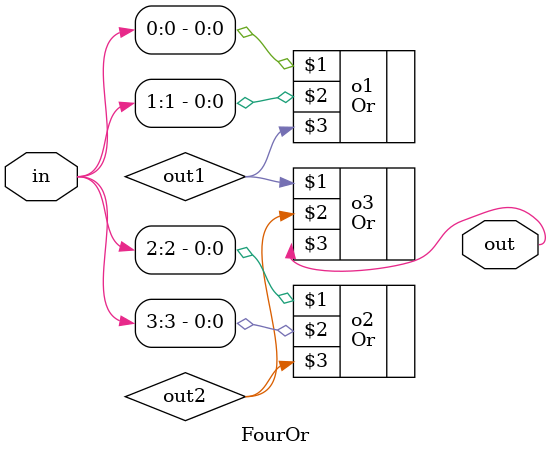
<source format=v>
module FourOr (
    input [3:0] in,
    output out
);
    wire out1, out2;
    Or o1(in[0], in[1], out1);
    Or o2(in[2], in[3], out2);
    Or o3(out1, out2, out);

endmodule


</source>
